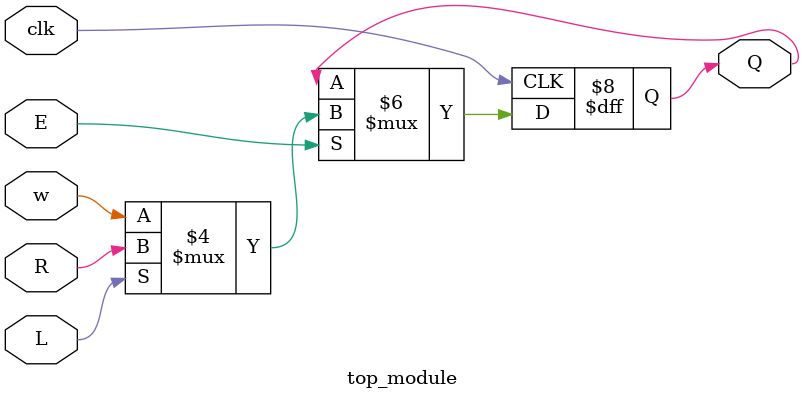
<source format=sv>
module top_module (
	input clk,
	input w,
	input R,
	input E,
	input L,
	output reg Q
);

	always @(posedge clk) begin
		if (E) begin
			if (L)
				Q <= R;
			else
				Q <= w;
		end else begin
			Q <= Q; // Hold current state if E is low
		end
	end

endmodule

</source>
